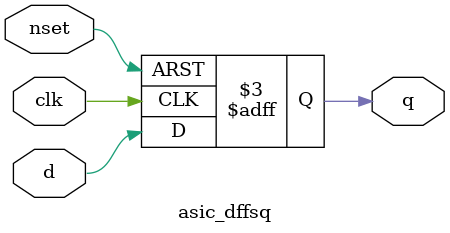
<source format=v>


module asic_dffsq #(parameter PROP = "DEFAULT")   (
    input      d,
    input      clk,
    input      nset,
    output reg q
    );

   always @ (posedge clk or negedge nset)
     if(!nset)
       q <= 1'b1;
     else
       q <= d;

endmodule

</source>
